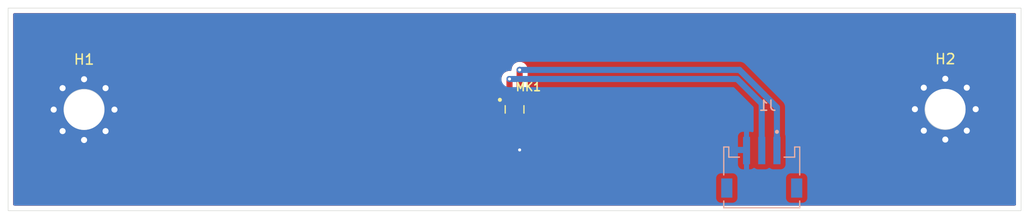
<source format=kicad_pcb>
(kicad_pcb (version 20241229) (generator "pcbnew") (generator_version "9.0")
  (layers (0 "F.Cu" signal) (2 "B.Cu" signal) (13 "F.Paste" user) (15 "B.Paste" user) (5 "F.SilkS" user "F.Silkscreen") (7 "B.SilkS" user "B.Silkscreen") (1 "F.Mask" user) (3 "B.Mask" user) (25 "Edge.Cuts" user))
  (net 0 "")
  (net 1 "+1V8")
  (net 2 "GND")
  (net 3 "Net-(MK1-DATA)")
  (footprint "MountingHole:MountingHole_4mm_Pad_Via" (layer "F.Cu") (at 104.2 93.72132)
    (property "Reference" "H1" (at 0 -4.95 0) (layer "F.SilkS"))
    (property "Value" "MountingHole_Pad")
    (pad "1" thru_hole circle (at -3 0) (size 0.9 0.9) (drill 0.6) (layers "*.Cu" "*.Mask") (net 2 "GND"))
    (pad "1" thru_hole circle (at -2.12132 -2.12132) (size 0.9 0.9) (drill 0.6) (layers "*.Cu" "*.Mask") (net 2 "GND"))
    (pad "1" thru_hole circle (at -2.12132 2.12132) (size 0.9 0.9) (drill 0.6) (layers "*.Cu" "*.Mask") (net 2 "GND"))
    (pad "1" thru_hole circle (at 0 -3) (size 0.9 0.9) (drill 0.6) (layers "*.Cu" "*.Mask") (net 2 "GND"))
    (pad "1" thru_hole circle (at 0 0) (size 8 8) (drill 4) (layers "*.Cu" "*.Mask") (net 2 "GND"))
    (pad "1" thru_hole circle (at 0 3) (size 0.9 0.9) (drill 0.6) (layers "*.Cu" "*.Mask") (net 2 "GND"))
    (pad "1" thru_hole circle (at 2.12132 -2.12132) (size 0.9 0.9) (drill 0.6) (layers "*.Cu" "*.Mask") (net 2 "GND"))
    (pad "1" thru_hole circle (at 2.12132 2.12132) (size 0.9 0.9) (drill 0.6) (layers "*.Cu" "*.Mask") (net 2 "GND"))
    (pad "1" thru_hole circle (at 3 0) (size 0.9 0.9) (drill 0.6) (layers "*.Cu" "*.Mask") (net 2 "GND"))
  )
  (footprint "AMM-2742-T-WP-R:MIC_AMM-2742-T-WP-R" (layer "F.Cu") (at 146.7 93.7)
    (property "Reference" "MK1" (at 1.365 -2.208 0) (layer "F.SilkS") (effects (font (size 0.8 0.8))))
    (property "Value" "AMM-2742-T-WP-R")
    (fp_line (start -0.925 0.37) (end -0.925 -0.37) (stroke (width 0.127)) (layer "F.SilkS"))
    (fp_line (start 0.925 -0.37) (end 0.925 0.37) (stroke (width 0.127)) (layer "F.SilkS"))
    (fp_circle (center -1.45 -0.947) (end -1.35 -0.947) (stroke (width 0.2)) (fill no) (layer "F.SilkS"))
    (pad "1" smd rect (at -0.505 -0.965) (size 0.56 0.54) (layers "F.Cu" "F.Mask" "F.Paste") (net 3 "Net-(MK1-DATA)"))
    (pad "2" smd rect (at -0.505 0.965) (size 0.56 0.54) (layers "F.Cu" "F.Mask" "F.Paste") (net 2 "GND"))
    (pad "3" smd rect (at 0.505 0.965) (size 0.56 0.54) (layers "F.Cu" "F.Mask" "F.Paste") (net 2 "GND"))
    (pad "4" smd rect (at 0.505 -0.965) (size 0.56 0.54) (layers "F.Cu" "F.Mask" "F.Paste") (net 1 "+1V8"))
  )
  (footprint "MountingHole:MountingHole_4mm_Pad_Via" (layer "F.Cu") (at 189.22132 93.67868)
    (property "Reference" "H2" (at 0 -4.95 0) (layer "F.SilkS"))
    (property "Value" "MountingHole_Pad")
    (pad "1" thru_hole circle (at -3 0) (size 0.9 0.9) (drill 0.6) (layers "*.Cu" "*.Mask") (net 2 "GND"))
    (pad "1" thru_hole circle (at -2.12132 -2.12132) (size 0.9 0.9) (drill 0.6) (layers "*.Cu" "*.Mask") (net 2 "GND"))
    (pad "1" thru_hole circle (at -2.12132 2.12132) (size 0.9 0.9) (drill 0.6) (layers "*.Cu" "*.Mask") (net 2 "GND"))
    (pad "1" thru_hole circle (at 0 -3) (size 0.9 0.9) (drill 0.6) (layers "*.Cu" "*.Mask") (net 2 "GND"))
    (pad "1" thru_hole circle (at 0 0) (size 8 8) (drill 4) (layers "*.Cu" "*.Mask") (net 2 "GND"))
    (pad "1" thru_hole circle (at 0 3) (size 0.9 0.9) (drill 0.6) (layers "*.Cu" "*.Mask") (net 2 "GND"))
    (pad "1" thru_hole circle (at 2.12132 -2.12132) (size 0.9 0.9) (drill 0.6) (layers "*.Cu" "*.Mask") (net 2 "GND"))
    (pad "1" thru_hole circle (at 2.12132 2.12132) (size 0.9 0.9) (drill 0.6) (layers "*.Cu" "*.Mask") (net 2 "GND"))
    (pad "1" thru_hole circle (at 3 0) (size 0.9 0.9) (drill 0.6) (layers "*.Cu" "*.Mask") (net 2 "GND"))
  )
  (footprint "S3B-ZR-SM4A-TF:JST_S3B-ZR-SM4A-TF" (layer "B.Cu") (at 171.1 101.4625 180)
    (property "Reference" "J1" (at -0.575 8.135 0) (layer "B.SilkS") (effects (justify mirror)))
    (property "Value" "S3B-ZR-SM4A-TF")
    (fp_line (start 3.75 4.05) (end 3.25 4.05) (stroke (width 0.127)) (layer "B.SilkS"))
    (fp_line (start 3.75 1.29) (end 3.75 4.05) (stroke (width 0.127)) (layer "B.SilkS"))
    (fp_line (start 3.75 -1.95) (end 3.75 -1.28) (stroke (width 0.127)) (layer "B.SilkS"))
    (fp_line (start 3.25 4.05) (end 3.25 3.05) (stroke (width 0.127)) (layer "B.SilkS"))
    (fp_line (start 3.25 3.05) (end 2.2 3.05) (stroke (width 0.127)) (layer "B.SilkS"))
    (fp_line (start -2.2 3.05) (end -3.25 3.05) (stroke (width 0.127)) (layer "B.SilkS"))
    (fp_line (start -3.25 4.05) (end -3.75 4.05) (stroke (width 0.127)) (layer "B.SilkS"))
    (fp_line (start -3.25 3.05) (end -3.25 4.05) (stroke (width 0.127)) (layer "B.SilkS"))
    (fp_line (start -3.75 4.05) (end -3.75 1.29) (stroke (width 0.127)) (layer "B.SilkS"))
    (fp_line (start -3.75 -1.28) (end -3.75 -1.95) (stroke (width 0.127)) (layer "B.SilkS"))
    (fp_line (start -3.75 -1.95) (end 3.75 -1.95) (stroke (width 0.127)) (layer "B.SilkS"))
    (fp_circle (center -1.5 5.55) (end -1.4 5.55) (stroke (width 0.2)) (fill no) (layer "B.SilkS"))
    (pad "1" smd rect (at -1.5 3.7 180) (size 0.7 2.7) (layers "B.Cu" "B.Mask" "B.Paste") (net 1 "+1V8"))
    (pad "2" smd rect (at 0 3.7 180) (size 0.7 2.7) (layers "B.Cu" "B.Mask" "B.Paste") (net 3 "Net-(MK1-DATA)"))
    (pad "3" smd rect (at 1.5 3.7 180) (size 0.7 2.7) (layers "B.Cu" "B.Mask" "B.Paste") (net 2 "GND"))
    (pad "SH1" smd rect (at -3.45 0 180) (size 1.1 1.9) (layers "B.Cu" "B.Mask" "B.Paste"))
    (pad "SH2" smd rect (at 3.45 0 180) (size 1.1 1.9) (layers "B.Cu" "B.Mask" "B.Paste"))
  )
  (gr_circle (center 189.2 93.7) (end 191.2 93.7) (stroke (width 0.05)) (fill no) (layer "Edge.Cuts"))
  (gr_rect (start 96.7 83.7) (end 196.7 103.7) (stroke (width 0.05)) (fill no) (layer "Edge.Cuts"))
  (gr_circle (center 104.2 93.7) (end 106.2 93.7) (stroke (width 0.05)) (fill no) (layer "Edge.Cuts"))
  (segment (start 147.2 89.8) (end 147.2 92.73) (width 0.6) (layer "F.Cu") (net 1))
  (segment (start 147.2 92.73) (end 147.205 92.735) (width 0.6) (layer "F.Cu") (net 1))
  (via (at 147.2 89.8) (size 0.6) (drill 0.3) (layers "F.Cu" "B.Cu") (net 1))
  (segment (start 172.6 97.7625) (end 172.6 93.5) (width 0.6) (layer "B.Cu") (net 1))
  (segment (start 171.3 92.2) (end 168.9 89.8) (width 0.6) (layer "B.Cu") (net 1))
  (segment (start 172.6 93.5) (end 171.3 92.2) (width 0.6) (layer "B.Cu") (net 1))
  (segment (start 168.9 89.8) (end 147.2 89.8) (width 0.6) (layer "B.Cu") (net 1))
  (segment (start 147.2 94.67) (end 147.205 94.665) (width 0.6) (layer "F.Cu") (net 2))
  (segment (start 146.195 94.665) (end 147.205 94.665) (width 0.6) (layer "F.Cu") (net 2))
  (segment (start 147.2 97.7) (end 147.2 94.67) (width 0.6) (layer "F.Cu") (net 2))
  (via (at 147.2 97.7) (size 0.6) (drill 0.3) (layers "F.Cu" "B.Cu") (net 2))
  (segment (start 169.6 97.7625) (end 169.5375 97.7) (width 0.6) (layer "B.Cu") (net 2))
  (segment (start 169.5375 97.7) (end 147.2 97.7) (width 0.6) (layer "B.Cu") (net 2))
  (segment (start 146.2 90.7) (end 146.2 92.73) (width 0.6) (layer "F.Cu") (net 3))
  (segment (start 146.2 92.73) (end 146.195 92.735) (width 0.6) (layer "F.Cu") (net 3))
  (via (at 146.2 90.7) (size 0.6) (drill 0.3) (layers "F.Cu" "B.Cu") (net 3))
  (segment (start 171.1 97.7625) (end 171.1 93.132786) (width 0.6) (layer "B.Cu") (net 3))
  (segment (start 171.1 93.132786) (end 168.667214 90.7) (width 0.6) (layer "B.Cu") (net 3))
  (segment (start 168.667214 90.7) (end 146.2 90.7) (width 0.6) (layer "B.Cu") (net 3))
  (zone (net 2) (net_name "GND") (layer "F.Cu") (connect_pads (clearance 0.5)) (min_thickness 0.25) (fill yes (thermal_gap 0.5) (thermal_bridge_width 0.5))
    (polygon (pts (xy 96 82.9) (xy 197 83.3) (xy 197 104) (xy 96.1 104.2)))
  )
  (zone (net 2) (net_name "GND") (layers "F.Cu" "B.Cu") (connect_pads (clearance 0.5)) (min_thickness 0.25) (fill yes (thermal_gap 0.5) (thermal_bridge_width 0.5))
    (polygon (pts (xy 95.899849 82.938217) (xy 196.899849 83.338217) (xy 196.899849 104.038217) (xy 95.999849 104.238217)))
  )
)
</source>
